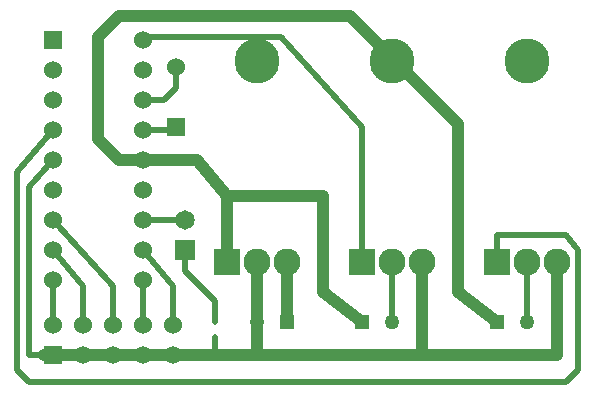
<source format=gbr>
G04 start of page 2 for group 0 idx 0
G04 Title: (unknown), component *
G04 Creator: pcb-bin 20060822 *
G04 CreationDate: Sun May 27 03:57:59 2007 UTC *
G04 For: justin *
G04 Format: Gerber/RS-274X *
G04 PCB-Dimensions: 200000 130000 *
G04 PCB-Coordinate-Origin: lower left *
%MOIN*%
%FSLAX24Y24*%
%LNGROUP0*%
%ADD11C,0.0200*%
%ADD12C,0.0400*%
%ADD13C,0.0900*%
%ADD14C,0.1500*%
%ADD15R,0.0500X0.0500*%
%ADD16C,0.0500*%
%ADD17R,0.0900X0.0900*%
%ADD18C,0.0600*%
%ADD19R,0.0600X0.0600*%
%ADD20R,0.0650X0.0650*%
%ADD21C,0.0650*%
%ADD22C,0.1300*%
%ADD23C,0.0280*%
%ADD24C,0.0300*%
%ADD25C,0.0430*%
G54D11*X19200Y4700D02*Y700D01*
X18800Y300D02*X19200Y700D01*
G54D12*X18500Y1200D02*Y4300D01*
G54D11*X17500Y2200D02*Y4300D01*
X16500D02*Y4200D01*
G54D12*X14000Y1200D02*Y4300D01*
G54D11*X16500Y5200D02*Y4200D01*
X13000Y4300D02*Y2300D01*
X16500Y5200D02*X18800D01*
G54D12*X10700Y3300D02*Y6500D01*
G54D11*X18800Y5200D02*X19200Y4700D01*
G54D12*X12000Y2300D02*X10700Y3300D01*
X9500Y2300D02*Y4300D01*
X8500Y1200D02*Y4300D01*
X15200Y3300D02*X16500Y2300D01*
X18500Y1200D02*X8500D01*
G54D11*X12000Y8800D02*X9300Y11800D01*
X5400Y9700D02*X5800Y10100D01*
Y10800D01*
G54D12*X11600Y12500D02*X3900D01*
G54D11*X4700Y3700D02*Y2200D01*
Y4700D02*X5700Y3500D01*
Y2200D01*
X3700Y3500D02*Y2200D01*
X9300Y11800D02*X4700D01*
Y8700D02*X5800D01*
G54D12*X3200Y11800D02*Y8400D01*
G54D11*X4700Y9700D02*X5400D01*
G54D12*X3900Y12500D02*X3200Y11800D01*
G54D11*X1700Y2200D02*Y3700D01*
X2700Y3500D02*Y2200D01*
X1700Y4700D02*X2700Y3500D01*
X4700Y5700D02*X6100D01*
G54D12*X3200Y8400D02*X3900Y7700D01*
G54D11*X900Y6800D02*X1700Y7700D01*
G54D12*X15200Y3300D02*Y8900D01*
G54D11*X12000Y4200D02*Y8800D01*
G54D12*X15200Y8900D02*X11600Y12500D01*
G54D11*X7100Y3000D02*Y2300D01*
X1400Y1200D02*X1300D01*
G54D12*X1400D02*X8500D01*
G54D11*X1300D02*X900D01*
X7100D02*Y1800D01*
X900Y300D02*X18800D01*
X6100Y4700D02*Y4000D01*
X7100Y3000D01*
G54D12*X7500Y4300D02*Y6500D01*
X10700D02*X7500D01*
X6500Y7700D02*X7500Y6500D01*
X3900Y7700D02*X6500D01*
G54D11*X500Y700D02*Y7300D01*
Y700D02*X900Y300D01*
X1700Y5700D02*X3700Y3500D01*
X900Y1200D02*Y6800D01*
X500Y7300D02*X1700Y8700D01*
G54D13*X18500Y4300D03*
X17500D03*
G54D14*Y11000D03*
G54D15*X16500Y2300D03*
G54D16*X17500D03*
G54D17*X16500Y4300D03*
G54D14*X13000Y11000D03*
G54D13*X14000Y4300D03*
X13000D03*
G54D17*X12000D03*
G54D15*Y2300D03*
G54D16*X13000D03*
G54D15*X9500D03*
G54D16*X8500D03*
G54D13*X9500Y4300D03*
X8500D03*
G54D17*X7500D03*
G54D14*X8500Y11000D03*
G54D18*X4700Y7700D03*
Y8700D03*
Y11700D03*
G54D19*X5800Y8800D03*
G54D18*Y10800D03*
X4700Y9700D03*
Y10700D03*
X1700Y7700D03*
Y8700D03*
Y9700D03*
Y10700D03*
G54D19*Y11700D03*
G54D18*X5700Y2200D03*
X4700D03*
G54D20*X6100Y4700D03*
G54D21*Y5700D03*
G54D18*X4700D03*
Y6700D03*
X3700Y2200D03*
X4700Y3700D03*
X2700Y2200D03*
X4700Y4700D03*
X1700Y2200D03*
X3700Y1200D03*
X4700D03*
X2700D03*
X5700D03*
G54D19*X1700D03*
G54D18*Y4700D03*
Y5700D03*
Y3700D03*
Y6700D03*
%LNGROUP0_C1*%
%LPC*%
G54D22*G54D11*G54D18*G54D22*G54D18*G54D11*G54D18*G54D22*G54D23*G54D11*G54D23*G54D24*G54D25*G54D23*G54D24*G54D23*G54D24*G54D23*G54D24*G54D23*M02*

</source>
